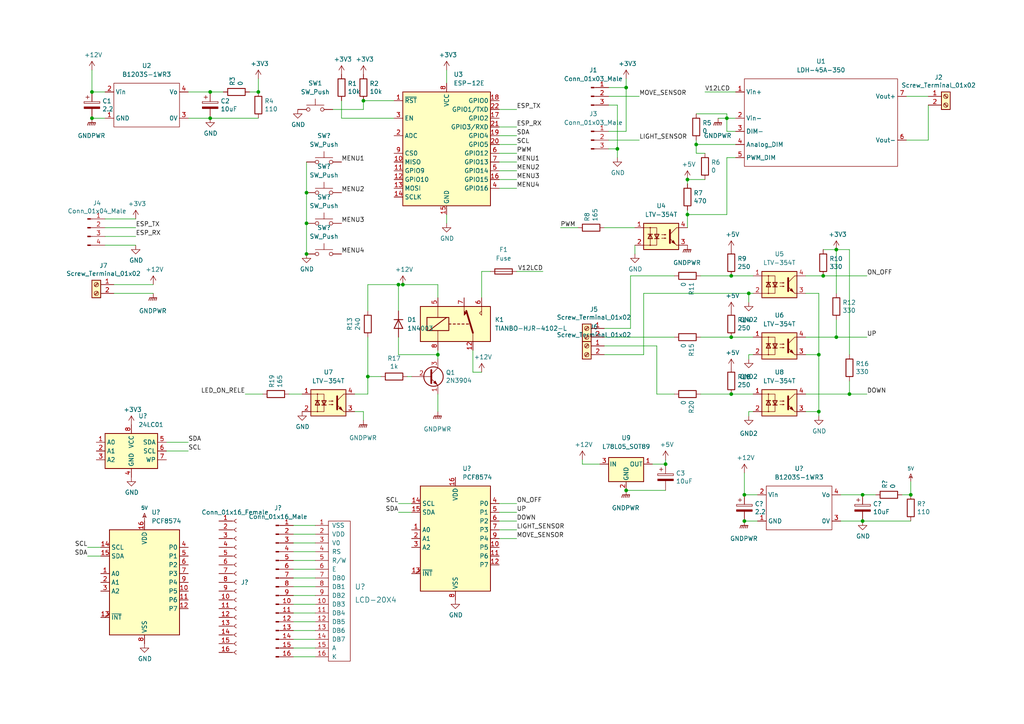
<source format=kicad_sch>
(kicad_sch (version 20211123) (generator eeschema)
  (paper "A4")
  (lib_symbols
    (symbol "Connector:Conn_01x03_Male" (pin_names (offset 1.016) hide)
      (property "Reference" "J" (at 0 5.08 0))
      (property "Value" "Conn_01x03_Male" (at 0 -5.08 0))
      (symbol "Conn_01x03_Male_1_1"
        (pin passive line (at 5.08 2.54 180) (length 3.81) (name "Pin_1") (number "1"))
        (pin passive line (at 5.08 0 180) (length 3.81) (name "Pin_2") (number "2"))
        (pin passive line (at 5.08 -2.54 180) (length 3.81) (name "Pin_3") (number "3"))
      )
    )
    (symbol "Connector:Conn_01x04_Male" (pin_names (offset 1.016) hide)
      (property "Reference" "J" (at 0 5.08 0))
      (property "Value" "Conn_01x04_Male" (at 0 -7.62 0))
      (symbol "Conn_01x04_Male_1_1"
        (pin passive line (at 5.08 2.54 180) (length 3.81) (name "Pin_1") (number "1"))
        (pin passive line (at 5.08 0 180) (length 3.81) (name "Pin_2") (number "2"))
        (pin passive line (at 5.08 -2.54 180) (length 3.81) (name "Pin_3") (number "3"))
        (pin passive line (at 5.08 -5.08 180) (length 3.81) (name "Pin_4") (number "4"))
      )
    )
    (symbol "Connector:Conn_01x16_Female" (pin_names (offset 1.016) hide)
      (property "Reference" "J" (at 0 20.32 0))
      (property "Value" "Conn_01x16_Female" (at 0 -22.86 0))
      (symbol "Conn_01x16_Female_1_1"
        (pin passive line (at -5.08 17.78 0) (length 3.81) (name "Pin_1") (number "1"))
        (pin passive line (at -5.08 -5.08 0) (length 3.81) (name "Pin_10") (number "10"))
        (pin passive line (at -5.08 -7.62 0) (length 3.81) (name "Pin_11") (number "11"))
        (pin passive line (at -5.08 -10.16 0) (length 3.81) (name "Pin_12") (number "12"))
        (pin passive line (at -5.08 -12.7 0) (length 3.81) (name "Pin_13") (number "13"))
        (pin passive line (at -5.08 -15.24 0) (length 3.81) (name "Pin_14") (number "14"))
        (pin passive line (at -5.08 -17.78 0) (length 3.81) (name "Pin_15") (number "15"))
        (pin passive line (at -5.08 -20.32 0) (length 3.81) (name "Pin_16") (number "16"))
        (pin passive line (at -5.08 15.24 0) (length 3.81) (name "Pin_2") (number "2"))
        (pin passive line (at -5.08 12.7 0) (length 3.81) (name "Pin_3") (number "3"))
        (pin passive line (at -5.08 10.16 0) (length 3.81) (name "Pin_4") (number "4"))
        (pin passive line (at -5.08 7.62 0) (length 3.81) (name "Pin_5") (number "5"))
        (pin passive line (at -5.08 5.08 0) (length 3.81) (name "Pin_6") (number "6"))
        (pin passive line (at -5.08 2.54 0) (length 3.81) (name "Pin_7") (number "7"))
        (pin passive line (at -5.08 0 0) (length 3.81) (name "Pin_8") (number "8"))
        (pin passive line (at -5.08 -2.54 0) (length 3.81) (name "Pin_9") (number "9"))
      )
    )
    (symbol "Connector:Conn_01x16_Male" (pin_names (offset 1.016) hide)
      (property "Reference" "J" (at 0 20.32 0))
      (property "Value" "Conn_01x16_Male" (at 0 -22.86 0))
      (symbol "Conn_01x16_Male_1_1"
        (pin passive line (at 5.08 17.78 180) (length 3.81) (name "Pin_1") (number "1"))
        (pin passive line (at 5.08 -5.08 180) (length 3.81) (name "Pin_10") (number "10"))
        (pin passive line (at 5.08 -7.62 180) (length 3.81) (name "Pin_11") (number "11"))
        (pin passive line (at 5.08 -10.16 180) (length 3.81) (name "Pin_12") (number "12"))
        (pin passive line (at 5.08 -12.7 180) (length 3.81) (name "Pin_13") (number "13"))
        (pin passive line (at 5.08 -15.24 180) (length 3.81) (name "Pin_14") (number "14"))
        (pin passive line (at 5.08 -17.78 180) (length 3.81) (name "Pin_15") (number "15"))
        (pin passive line (at 5.08 -20.32 180) (length 3.81) (name "Pin_16") (number "16"))
        (pin passive line (at 5.08 15.24 180) (length 3.81) (name "Pin_2") (number "2"))
        (pin passive line (at 5.08 12.7 180) (length 3.81) (name "Pin_3") (number "3"))
        (pin passive line (at 5.08 10.16 180) (length 3.81) (name "Pin_4") (number "4"))
        (pin passive line (at 5.08 7.62 180) (length 3.81) (name "Pin_5") (number "5"))
        (pin passive line (at 5.08 5.08 180) (length 3.81) (name "Pin_6") (number "6"))
        (pin passive line (at 5.08 2.54 180) (length 3.81) (name "Pin_7") (number "7"))
        (pin passive line (at 5.08 0 180) (length 3.81) (name "Pin_8") (number "8"))
        (pin passive line (at 5.08 -2.54 180) (length 3.81) (name "Pin_9") (number "9"))
      )
    )
    (symbol "Connector:Screw_Terminal_01x02" (pin_names (offset 1.016) hide)
      (property "Reference" "J" (at 0 2.54 0))
      (property "Value" "Screw_Terminal_01x02" (at 0 -5.08 0))
      (symbol "Screw_Terminal_01x02_1_1"
        (pin passive line (at -5.08 0 0) (length 3.81) (name "Pin_1") (number "1"))
        (pin passive line (at -5.08 -2.54 0) (length 3.81) (name "Pin_2") (number "2"))
      )
    )
    (symbol "Device:CP" (pin_numbers hide) (pin_names (offset 0.254))
      (property "Reference" "C" (at 0.635 2.54 0))
      (property "Value" "Device_CP" (at 0.635 -2.54 0))
      (symbol "CP_1_1"
        (pin passive line (at 0 3.81 270) (length 2.794) (name "~") (number "1"))
        (pin passive line (at 0 -3.81 90) (length 2.794) (name "~") (number "2"))
      )
    )
    (symbol "Device:Fuse" (pin_numbers hide) (pin_names (offset 0))
      (property "Reference" "F" (at 2.032 0 90))
      (property "Value" "Fuse" (at -1.905 0 90))
      (symbol "Fuse_1_1"
        (pin passive line (at 0 3.81 270) (length 1.27) (name "~") (number "1"))
        (pin passive line (at 0 -3.81 90) (length 1.27) (name "~") (number "2"))
      )
    )
    (symbol "Device:R" (pin_numbers hide) (pin_names (offset 0))
      (property "Reference" "R" (at 2.032 0 90))
      (property "Value" "R" (at 0 0 90))
      (symbol "R_1_1"
        (pin passive line (at 0 3.81 270) (length 1.27) (name "~") (number "1"))
        (pin passive line (at 0 -3.81 90) (length 1.27) (name "~") (number "2"))
      )
    )
    (symbol "Diode:1N4003" (pin_numbers hide) (pin_names (offset 1.016) hide)
      (property "Reference" "D" (at 0 2.54 0))
      (property "Value" "1N4003" (at 0 -2.54 0))
      (symbol "1N4003_1_1"
        (pin passive line (at -3.81 0 0) (length 2.54) (name "K") (number "1"))
        (pin passive line (at 3.81 0 180) (length 2.54) (name "A") (number "2"))
      )
    )
    (symbol "Interface_Expansion:PCF8574"
      (property "Reference" "U" (at -8.89 16.51 0))
      (property "Value" "PCF8574" (at 2.54 16.51 0))
      (symbol "PCF8574_1_1"
        (pin input line (at -12.7 2.54 0) (length 2.54) (name "A0") (number "1"))
        (pin bidirectional line (at 12.7 -2.54 180) (length 2.54) (name "P5") (number "10"))
        (pin bidirectional line (at 12.7 -5.08 180) (length 2.54) (name "P6") (number "11"))
        (pin bidirectional line (at 12.7 -7.62 180) (length 2.54) (name "P7") (number "12"))
        (pin open_collector output_low (at -12.7 -10.16 0) (length 2.54) (name "~{INT}") (number "13"))
        (pin input line (at -12.7 10.16 0) (length 2.54) (name "SCL") (number "14"))
        (pin bidirectional line (at -12.7 7.62 0) (length 2.54) (name "SDA") (number "15"))
        (pin power_in line (at 0 17.78 270) (length 2.54) (name "VDD") (number "16"))
        (pin input line (at -12.7 0 0) (length 2.54) (name "A1") (number "2"))
        (pin input line (at -12.7 -2.54 0) (length 2.54) (name "A2") (number "3"))
        (pin bidirectional line (at 12.7 10.16 180) (length 2.54) (name "P0") (number "4"))
        (pin bidirectional line (at 12.7 7.62 180) (length 2.54) (name "P1") (number "5"))
        (pin bidirectional line (at 12.7 5.08 180) (length 2.54) (name "P2") (number "6"))
        (pin bidirectional line (at 12.7 2.54 180) (length 2.54) (name "P3") (number "7"))
        (pin power_in line (at 0 -17.78 90) (length 2.54) (name "VSS") (number "8"))
        (pin bidirectional line (at 12.7 0 180) (length 2.54) (name "P4") (number "9"))
      )
    )
    (symbol "Isolator:LTV-354T" (pin_names (offset 1.016))
      (property "Reference" "U" (at -5.334 4.826 0))
      (property "Value" "LTV-354T" (at 0 5.08 0))
      (symbol "LTV-354T_1_1"
        (pin passive line (at -7.62 2.54 0) (length 2.54) (name "~") (number "1"))
        (pin passive line (at -7.62 -2.54 0) (length 2.54) (name "~") (number "2"))
        (pin passive line (at 7.62 -2.54 180) (length 2.54) (name "~") (number "3"))
        (pin passive line (at 7.62 2.54 180) (length 2.54) (name "~") (number "4"))
      )
    )
    (symbol "Memory_EEPROM:24LC01"
      (property "Reference" "U" (at -6.35 6.35 0))
      (property "Value" "24LC01" (at 1.27 6.35 0))
      (symbol "24LC01_1_1"
        (pin input line (at -10.16 2.54 0) (length 2.54) (name "A0") (number "1"))
        (pin input line (at -10.16 0 0) (length 2.54) (name "A1") (number "2"))
        (pin input line (at -10.16 -2.54 0) (length 2.54) (name "A2") (number "3"))
        (pin power_in line (at 0 -7.62 90) (length 2.54) (name "GND") (number "4"))
        (pin bidirectional line (at 10.16 2.54 180) (length 2.54) (name "SDA") (number "5"))
        (pin input line (at 10.16 0 180) (length 2.54) (name "SCL") (number "6"))
        (pin input line (at 10.16 -2.54 180) (length 2.54) (name "WP") (number "7"))
        (pin power_in line (at 0 7.62 270) (length 2.54) (name "VCC") (number "8"))
      )
    )
    (symbol "RF_Module:ESP-12E"
      (property "Reference" "U" (at -12.7 19.05 0))
      (property "Value" "ESP-12E" (at 12.7 19.05 0))
      (symbol "ESP-12E_1_1"
        (pin input line (at -15.24 15.24 0) (length 2.54) (name "~{RST}") (number "1"))
        (pin bidirectional line (at -15.24 -2.54 0) (length 2.54) (name "MISO") (number "10"))
        (pin bidirectional line (at -15.24 -5.08 0) (length 2.54) (name "GPIO9") (number "11"))
        (pin bidirectional line (at -15.24 -7.62 0) (length 2.54) (name "GPIO10") (number "12"))
        (pin bidirectional line (at -15.24 -10.16 0) (length 2.54) (name "MOSI") (number "13"))
        (pin bidirectional line (at -15.24 -12.7 0) (length 2.54) (name "SCLK") (number "14"))
        (pin power_in line (at 0 -17.78 90) (length 2.54) (name "GND") (number "15"))
        (pin bidirectional line (at 15.24 -7.62 180) (length 2.54) (name "GPIO15") (number "16"))
        (pin bidirectional line (at 15.24 10.16 180) (length 2.54) (name "GPIO2") (number "17"))
        (pin bidirectional line (at 15.24 15.24 180) (length 2.54) (name "GPIO0") (number "18"))
        (pin bidirectional line (at 15.24 5.08 180) (length 2.54) (name "GPIO4") (number "19"))
        (pin input line (at -15.24 5.08 0) (length 2.54) (name "ADC") (number "2"))
        (pin bidirectional line (at 15.24 2.54 180) (length 2.54) (name "GPIO5") (number "20"))
        (pin bidirectional line (at 15.24 7.62 180) (length 2.54) (name "GPIO3/RXD") (number "21"))
        (pin bidirectional line (at 15.24 12.7 180) (length 2.54) (name "GPIO1/TXD") (number "22"))
        (pin input line (at -15.24 10.16 0) (length 2.54) (name "EN") (number "3"))
        (pin bidirectional line (at 15.24 -10.16 180) (length 2.54) (name "GPIO16") (number "4"))
        (pin bidirectional line (at 15.24 -5.08 180) (length 2.54) (name "GPIO14") (number "5"))
        (pin bidirectional line (at 15.24 0 180) (length 2.54) (name "GPIO12") (number "6"))
        (pin bidirectional line (at 15.24 -2.54 180) (length 2.54) (name "GPIO13") (number "7"))
        (pin power_in line (at 0 20.32 270) (length 2.54) (name "VCC") (number "8"))
        (pin input line (at -15.24 0 0) (length 2.54) (name "CS0") (number "9"))
      )
    )
    (symbol "Regulator_Linear:L78L05_SOT89" (pin_names (offset 0.254))
      (property "Reference" "U" (at -3.81 3.175 0))
      (property "Value" "L78L05_SOT89" (at -0.635 3.175 0))
      (symbol "L78L05_SOT89_1_1"
        (pin power_out line (at 7.62 0 180) (length 2.54) (name "OUT") (number "1"))
        (pin power_in line (at 0 -7.62 90) (length 2.54) (name "GND") (number "2"))
        (pin power_in line (at -7.62 0 0) (length 2.54) (name "IN") (number "3"))
      )
    )
    (symbol "Relay:TIANBO-HJR-4102-L"
      (property "Reference" "K" (at 11.43 3.81 0))
      (property "Value" "TIANBO-HJR-4102-L" (at 11.43 1.27 0))
      (symbol "TIANBO-HJR-4102-L_1_1"
        (pin passive line (at 5.08 -7.62 90) (length 2.54) (name "~") (number "12"))
        (pin passive line (at -5.08 7.62 270) (length 2.54) (name "~") (number "5"))
        (pin passive line (at 7.62 7.62 270) (length 2.54) (name "~") (number "6"))
        (pin passive line (at 2.54 7.62 270) (length 2.54) (name "~") (number "7"))
        (pin passive line (at -5.08 -7.62 90) (length 2.54) (name "~") (number "8"))
      )
    )
    (symbol "Switch:SW_Push" (pin_numbers hide) (pin_names (offset 1.016) hide)
      (property "Reference" "SW" (at 1.27 2.54 0))
      (property "Value" "SW_Push" (at 0 -1.524 0))
      (symbol "SW_Push_0_1"
        (pin passive line (at -5.08 0 0) (length 2.54) (name "1") (number "1"))
        (pin passive line (at 5.08 0 180) (length 2.54) (name "2") (number "2"))
      )
    )
    (symbol "Transistor_BJT:2N3904" (pin_names (offset 0) hide)
      (property "Reference" "Q" (at 5.08 1.905 0))
      (property "Value" "2N3904" (at 5.08 0 0))
      (symbol "2N3904_1_1"
        (pin passive line (at 2.54 -5.08 90) (length 2.54) (name "E") (number "1"))
        (pin passive line (at -5.08 0 0) (length 5.715) (name "B") (number "2"))
        (pin passive line (at 2.54 5.08 270) (length 2.54) (name "C") (number "3"))
      )
    )
    (symbol "dimmer_lib:B1205S-1WR3"
      (property "Reference" "U" (at -1.27 1.27 0))
      (property "Value" "B1205S-1WR3" (at 0 -1.27 0))
      (symbol "B1205S-1WR3_1_1"
        (pin power_in line (at -12.7 -12.7 0) (length 2.54) (name "GND") (number "1"))
        (pin power_in line (at -12.7 -5.08 0) (length 2.54) (name "Vin") (number "2"))
        (pin power_out line (at 11.43 -12.7 180) (length 2.54) (name "0V") (number "3"))
        (pin power_out line (at 11.43 -5.08 180) (length 2.54) (name "Vo") (number "4"))
      )
    )
    (symbol "dimmer_lib:LDH-45A-350"
      (property "Reference" "U" (at 0 -6.35 0))
      (property "Value" "LDH-45A-350" (at 0 -21.59 0))
      (symbol "LDH-45A-350_1_1"
        (pin power_in line (at -24.13 -12.7 0) (length 2.54) (name "Vin+") (number "1"))
        (pin power_in line (at -24.13 -20.32 0) (length 2.54) (name "Vin-") (number "2"))
        (pin power_in line (at -24.13 -24.13 0) (length 2.54) (name "DIM-") (number "3"))
        (pin input line (at -24.13 -27.94 0) (length 2.54) (name "Analog_DIM") (number "4"))
        (pin input line (at -24.13 -31.75 0) (length 2.54) (name "PWM_DIM") (number "5"))
        (pin power_out line (at 25.4 -26.67 180) (length 2.54) (name "Vout-") (number "6"))
        (pin power_out line (at 25.4 -13.97 180) (length 2.54) (name "Vout+") (number "7"))
      )
    )
    (symbol "power:+12V" (power) (pin_names (offset 0))
      (property "Value" "+12V" (at 0 3.556 0))
      (symbol "+12V_1_1"
        (pin power_in line (at 0 0 90) (length 0) hide (name "+12V") (number "1"))
      )
    )
    (symbol "power:+3.3V" (power) (pin_names (offset 0))
      (property "Value" "+3.3V" (at 0 3.556 0))
      (symbol "+3.3V_1_1"
        (pin power_in line (at 0 0 90) (length 0) hide (name "+3V3") (number "1"))
      )
    )
    (symbol "power:+5V" (power) (pin_names (offset 0))
      (property "Value" "+5V" (at 0 3.556 0))
      (symbol "+5V_1_1"
        (pin power_in line (at 0 0 90) (length 0) hide (name "+5V") (number "1"))
      )
    )
    (symbol "power:GND" (power) (pin_names (offset 0))
      (property "Value" "GND" (at 0 -3.81 0))
      (symbol "GND_1_1"
        (pin power_in line (at 0 0 270) (length 0) hide (name "GND") (number "1"))
      )
    )
    (symbol "power:GND2" (power) (pin_names (offset 0))
      (property "Value" "GND2" (at 0 -3.81 0))
      (symbol "GND2_1_1"
        (pin power_in line (at 0 0 270) (length 0) hide (name "GND2") (number "1"))
      )
    )
    (symbol "power:GNDPWR" (power) (pin_names (offset 0))
      (property "Value" "GNDPWR" (at 0 -3.302 0))
      (symbol "GNDPWR_1_1"
        (pin power_in line (at 0 0 270) (length 0) hide (name "GNDPWR") (number "1"))
      )
    )
    (symbol "tinkerforge:5V" (power) (pin_names (offset 0))
      (property "Value" "5V" (at 0 3.175 0))
      (symbol "5V_0_0"
        (pin power_in line (at 0 0 90) (length 0) hide (name "5V") (number "1"))
      )
    )
    (symbol "tinkerforge:LCD-20X4" (pin_names (offset 1.016))
      (property "Reference" "U" (at 0 22.86 0))
      (property "Value" "LCD-20X4" (at 1.27 -21.59 0))
      (symbol "LCD-20X4_1_1"
        (pin passive line (at -3.81 19.05 0) (length 3.81) (name "VSS") (number "1"))
        (pin passive line (at -3.81 -3.81 0) (length 3.81) (name "DB3") (number "10"))
        (pin passive line (at -3.81 -6.35 0) (length 3.81) (name "DB4") (number "11"))
        (pin passive line (at -3.81 -8.89 0) (length 3.81) (name "DB5") (number "12"))
        (pin passive line (at -3.81 -11.43 0) (length 3.81) (name "DB6") (number "13"))
        (pin passive line (at -3.81 -13.97 0) (length 3.81) (name "DB7") (number "14"))
        (pin passive line (at -3.81 -16.51 0) (length 3.81) (name "A") (number "15"))
        (pin passive line (at -3.81 -19.05 0) (length 3.81) (name "K") (number "16"))
        (pin passive line (at -3.81 16.51 0) (length 3.81) (name "VDD") (number "2"))
        (pin passive line (at -3.81 13.97 0) (length 3.81) (name "V0") (number "3"))
        (pin passive line (at -3.81 11.43 0) (length 3.81) (name "RS") (number "4"))
        (pin passive line (at -3.81 8.89 0) (length 3.81) (name "R/W") (number "5"))
        (pin passive line (at -3.81 6.35 0) (length 3.81) (name "E") (number "6"))
        (pin passive line (at -3.81 3.81 0) (length 3.81) (name "DB0") (number "7"))
        (pin passive line (at -3.81 1.27 0) (length 3.81) (name "DB1") (number "8"))
        (pin passive line (at -3.81 -1.27 0) (length 3.81) (name "DB2") (number "9"))
      )
    )
  )
  (junction (at 74.93 26.67))
  (junction (at 88.9 64.77))
  (junction (at 212.09 114.3))
  (junction (at 26.67 34.29))
  (junction (at 215.9 143.51))
  (junction (at 193.04 134.62))
  (junction (at 179.07 43.18))
  (junction (at 250.19 151.13))
  (junction (at 115.57 82.55))
  (junction (at 199.39 62.23))
  (junction (at 116.84 82.55))
  (junction (at 264.16 143.51))
  (junction (at 106.68 109.22))
  (junction (at 88.9 73.66))
  (junction (at 88.9 55.88))
  (junction (at 217.17 85.09))
  (junction (at 246.38 114.3))
  (junction (at 242.57 72.39))
  (junction (at 60.96 34.29))
  (junction (at 127 102.87))
  (junction (at 215.9 151.13))
  (junction (at 210.82 34.29))
  (junction (at 212.09 80.01))
  (junction (at 60.96 26.67))
  (junction (at 237.49 102.87))
  (junction (at 238.76 80.01))
  (junction (at 105.41 29.21))
  (junction (at 201.93 41.91))
  (junction (at 181.61 142.24))
  (junction (at 199.39 52.07))
  (junction (at 212.09 97.79))
  (junction (at 242.57 97.79))
  (junction (at 26.67 26.67))
  (junction (at 237.49 119.38))
  (junction (at 181.61 25.4))
  (junction (at 250.19 143.51))
  (no_connect (at -54.61 30.48))
  (wire (pts (xy 218.44 114.3) (xy 212.09 114.3)))
  (wire (pts (xy 182.88 80.01) (xy 195.58 80.01)))
  (wire (pts (xy 149.86 52.07) (xy 144.78 52.07)))
  (wire (pts (xy 88.9 46.99) (xy 88.9 55.88)))
  (wire (pts (xy 149.86 54.61) (xy 144.78 54.61)))
  (wire (pts (xy 237.49 102.87) (xy 237.49 119.38)))
  (wire (pts (xy 91.44 187.96) (xy 85.09 187.96)))
  (wire (pts (xy 199.39 52.07) (xy 199.39 53.34)))
  (wire (pts (xy 203.2 97.79) (xy 212.09 97.79)))
  (wire (pts (xy 264.16 139.7) (xy 264.16 143.51)))
  (wire (pts (xy 33.02 85.09) (xy 44.45 85.09)))
  (wire (pts (xy 25.4 161.29) (xy 29.21 161.29)))
  (wire (pts (xy 238.76 72.39) (xy 242.57 72.39)))
  (wire (pts (xy 149.86 49.53) (xy 144.78 49.53)))
  (wire (pts (xy 182.88 95.25) (xy 182.88 80.01)))
  (wire (pts (xy 176.53 27.94) (xy 185.42 27.94)))
  (wire (pts (xy 242.57 92.71) (xy 242.57 97.79)))
  (wire (pts (xy 91.44 154.94) (xy 85.09 154.94)))
  (wire (pts (xy 193.04 133.35) (xy 193.04 134.62)))
  (wire (pts (xy 233.68 85.09) (xy 237.49 85.09)))
  (wire (pts (xy 149.86 41.91) (xy 144.78 41.91)))
  (wire (pts (xy 71.12 114.3) (xy 76.2 114.3)))
  (wire (pts (xy 212.09 80.01) (xy 218.44 80.01)))
  (wire (pts (xy 179.07 43.18) (xy 179.07 45.72)))
  (wire (pts (xy 106.68 114.3) (xy 106.68 109.22)))
  (wire (pts (xy 242.57 97.79) (xy 251.46 97.79)))
  (wire (pts (xy 102.87 119.38) (xy 105.41 119.38)))
  (wire (pts (xy 217.17 119.38) (xy 217.17 120.65)))
  (wire (pts (xy 83.82 114.3) (xy 87.63 114.3)))
  (wire (pts (xy 106.68 82.55) (xy 106.68 90.17)))
  (wire (pts (xy 243.84 151.13) (xy 250.19 151.13)))
  (wire (pts (xy 102.87 114.3) (xy 106.68 114.3)))
  (wire (pts (xy 250.19 151.13) (xy 264.16 151.13)))
  (wire (pts (xy 208.28 34.29) (xy 210.82 34.29)))
  (wire (pts (xy 91.44 170.18) (xy 85.09 170.18)))
  (wire (pts (xy 203.2 80.01) (xy 212.09 80.01)))
  (wire (pts (xy 72.39 26.67) (xy 74.93 26.67)))
  (wire (pts (xy 181.61 38.1) (xy 181.61 25.4)))
  (wire (pts (xy 96.52 31.75) (xy 105.41 31.75)))
  (wire (pts (xy 261.62 143.51) (xy 264.16 143.51)))
  (wire (pts (xy 190.5 100.33) (xy 190.5 114.3)))
  (wire (pts (xy 269.24 30.48) (xy 269.24 40.64)))
  (wire (pts (xy 199.39 52.07) (xy 204.47 52.07)))
  (wire (pts (xy 127 102.87) (xy 127 101.6)))
  (wire (pts (xy 91.44 152.4) (xy 85.09 152.4)))
  (wire (pts (xy 88.9 64.77) (xy 88.9 73.66)))
  (wire (pts (xy 115.57 97.79) (xy 115.57 102.87)))
  (wire (pts (xy 60.96 34.29) (xy 74.93 34.29)))
  (wire (pts (xy 142.24 78.74) (xy 139.7 78.74)))
  (wire (pts (xy 91.44 172.72) (xy 85.09 172.72)))
  (wire (pts (xy 199.39 60.96) (xy 199.39 62.23)))
  (wire (pts (xy 149.86 39.37) (xy 144.78 39.37)))
  (wire (pts (xy 246.38 114.3) (xy 233.68 114.3)))
  (wire (pts (xy 127 86.36) (xy 127 82.55)))
  (wire (pts (xy 149.86 151.13) (xy 144.78 151.13)))
  (wire (pts (xy 237.49 119.38) (xy 237.49 120.65)))
  (wire (pts (xy 242.57 72.39) (xy 246.38 72.39)))
  (wire (pts (xy 137.16 107.95) (xy 139.7 107.95)))
  (wire (pts (xy 204.47 26.67) (xy 213.36 26.67)))
  (wire (pts (xy 204.47 44.45) (xy 201.93 44.45)))
  (wire (pts (xy 210.82 62.23) (xy 199.39 62.23)))
  (wire (pts (xy 238.76 80.01) (xy 251.46 80.01)))
  (wire (pts (xy 246.38 114.3) (xy 251.46 114.3)))
  (wire (pts (xy 215.9 137.16) (xy 215.9 143.51)))
  (wire (pts (xy 106.68 109.22) (xy 110.49 109.22)))
  (wire (pts (xy 242.57 97.79) (xy 233.68 97.79)))
  (wire (pts (xy 91.44 167.64) (xy 85.09 167.64)))
  (wire (pts (xy 181.61 142.24) (xy 193.04 142.24)))
  (wire (pts (xy 116.84 82.55) (xy 115.57 82.55)))
  (wire (pts (xy 149.86 44.45) (xy 144.78 44.45)))
  (wire (pts (xy 213.36 38.1) (xy 210.82 38.1)))
  (wire (pts (xy 175.26 100.33) (xy 190.5 100.33)))
  (wire (pts (xy 91.44 190.5) (xy 85.09 190.5)))
  (wire (pts (xy 246.38 110.49) (xy 246.38 114.3)))
  (wire (pts (xy 162.56 66.04) (xy 167.64 66.04)))
  (wire (pts (xy 190.5 114.3) (xy 195.58 114.3)))
  (wire (pts (xy 54.61 130.81) (xy 48.26 130.81)))
  (wire (pts (xy 242.57 72.39) (xy 242.57 85.09)))
  (wire (pts (xy 30.48 68.58) (xy 39.37 68.58)))
  (wire (pts (xy 179.07 30.48) (xy 179.07 43.18)))
  (wire (pts (xy 201.93 41.91) (xy 201.93 40.64)))
  (wire (pts (xy 91.44 162.56) (xy 85.09 162.56)))
  (wire (pts (xy 243.84 143.51) (xy 250.19 143.51)))
  (wire (pts (xy 168.91 134.62) (xy 168.91 133.35)))
  (wire (pts (xy 119.38 109.22) (xy 118.11 109.22)))
  (wire (pts (xy 144.78 31.75) (xy 149.86 31.75)))
  (wire (pts (xy 105.41 31.75) (xy 105.41 29.21)))
  (wire (pts (xy 115.57 146.05) (xy 119.38 146.05)))
  (wire (pts (xy 91.44 160.02) (xy 85.09 160.02)))
  (wire (pts (xy 212.09 97.79) (xy 218.44 97.79)))
  (wire (pts (xy 115.57 82.55) (xy 115.57 90.17)))
  (wire (pts (xy 149.86 46.99) (xy 144.78 46.99)))
  (wire (pts (xy 269.24 40.64) (xy 262.89 40.64)))
  (wire (pts (xy 213.36 45.72) (xy 210.82 45.72)))
  (wire (pts (xy 60.96 26.67) (xy 64.77 26.67)))
  (wire (pts (xy 181.61 25.4) (xy 181.61 22.86)))
  (wire (pts (xy 176.53 43.18) (xy 179.07 43.18)))
  (wire (pts (xy 54.61 26.67) (xy 60.96 26.67)))
  (wire (pts (xy 144.78 36.83) (xy 149.86 36.83)))
  (wire (pts (xy 175.26 66.04) (xy 184.15 66.04)))
  (wire (pts (xy 233.68 102.87) (xy 237.49 102.87)))
  (wire (pts (xy 189.23 134.62) (xy 193.04 134.62)))
  (wire (pts (xy 25.4 158.75) (xy 29.21 158.75)))
  (wire (pts (xy 201.93 44.45) (xy 201.93 41.91)))
  (wire (pts (xy 26.67 20.32) (xy 26.67 26.67)))
  (wire (pts (xy 33.02 82.55) (xy 44.45 82.55)))
  (wire (pts (xy 176.53 25.4) (xy 181.61 25.4)))
  (wire (pts (xy 26.67 34.29) (xy 30.48 34.29)))
  (wire (pts (xy 186.69 102.87) (xy 186.69 85.09)))
  (wire (pts (xy 201.93 33.02) (xy 210.82 33.02)))
  (wire (pts (xy 262.89 27.94) (xy 269.24 27.94)))
  (wire (pts (xy 139.7 78.74) (xy 139.7 86.36)))
  (wire (pts (xy 199.39 62.23) (xy 199.39 66.04)))
  (wire (pts (xy 30.48 71.12) (xy 39.37 71.12)))
  (wire (pts (xy 115.57 148.59) (xy 119.38 148.59)))
  (wire (pts (xy 210.82 34.29) (xy 210.82 38.1)))
  (wire (pts (xy 91.44 177.8) (xy 85.09 177.8)))
  (wire (pts (xy 173.99 134.62) (xy 168.91 134.62)))
  (wire (pts (xy 215.9 143.51) (xy 219.71 143.51)))
  (wire (pts (xy 237.49 85.09) (xy 237.49 102.87)))
  (wire (pts (xy 26.67 26.67) (xy 30.48 26.67)))
  (wire (pts (xy 88.9 55.88) (xy 88.9 64.77)))
  (wire (pts (xy 106.68 97.79) (xy 106.68 109.22)))
  (wire (pts (xy 91.44 165.1) (xy 85.09 165.1)))
  (wire (pts (xy 217.17 85.09) (xy 217.17 87.63)))
  (wire (pts (xy 99.06 34.29) (xy 114.3 34.29)))
  (wire (pts (xy 175.26 95.25) (xy 182.88 95.25)))
  (wire (pts (xy 74.93 22.86) (xy 74.93 26.67)))
  (wire (pts (xy 210.82 33.02) (xy 210.82 34.29)))
  (wire (pts (xy 176.53 38.1) (xy 181.61 38.1)))
  (wire (pts (xy 91.44 185.42) (xy 85.09 185.42)))
  (wire (pts (xy 218.44 102.87) (xy 217.17 102.87)))
  (wire (pts (xy 149.86 153.67) (xy 144.78 153.67)))
  (wire (pts (xy 218.44 85.09) (xy 217.17 85.09)))
  (wire (pts (xy 137.16 101.6) (xy 137.16 107.95)))
  (wire (pts (xy 176.53 40.64) (xy 185.42 40.64)))
  (wire (pts (xy 175.26 97.79) (xy 195.58 97.79)))
  (wire (pts (xy 114.3 29.21) (xy 105.41 29.21)))
  (wire (pts (xy 127 82.55) (xy 116.84 82.55)))
  (wire (pts (xy 91.44 175.26) (xy 85.09 175.26)))
  (wire (pts (xy 250.19 143.51) (xy 254 143.51)))
  (wire (pts (xy 129.54 62.23) (xy 129.54 64.77)))
  (wire (pts (xy 105.41 119.38) (xy 105.41 121.92)))
  (wire (pts (xy 175.26 102.87) (xy 186.69 102.87)))
  (wire (pts (xy 186.69 85.09) (xy 217.17 85.09)))
  (wire (pts (xy 91.44 157.48) (xy 85.09 157.48)))
  (wire (pts (xy 176.53 30.48) (xy 179.07 30.48)))
  (wire (pts (xy 149.86 156.21) (xy 144.78 156.21)))
  (wire (pts (xy 215.9 151.13) (xy 219.71 151.13)))
  (wire (pts (xy 115.57 102.87) (xy 127 102.87)))
  (wire (pts (xy 218.44 119.38) (xy 217.17 119.38)))
  (wire (pts (xy 246.38 72.39) (xy 246.38 102.87)))
  (wire (pts (xy 238.76 80.01) (xy 233.68 80.01)))
  (wire (pts (xy 233.68 119.38) (xy 237.49 119.38)))
  (wire (pts (xy 149.86 146.05) (xy 144.78 146.05)))
  (wire (pts (xy 30.48 63.5) (xy 39.37 63.5)))
  (wire (pts (xy 129.54 20.32) (xy 129.54 24.13)))
  (wire (pts (xy 213.36 41.91) (xy 201.93 41.91)))
  (wire (pts (xy 210.82 45.72) (xy 210.82 62.23)))
  (wire (pts (xy 149.86 148.59) (xy 144.78 148.59)))
  (wire (pts (xy 91.44 182.88) (xy 85.09 182.88)))
  (wire (pts (xy 184.15 73.66) (xy 184.15 71.12)))
  (wire (pts (xy 203.2 114.3) (xy 212.09 114.3)))
  (wire (pts (xy 149.86 78.74) (xy 157.48 78.74)))
  (wire (pts (xy 54.61 128.27) (xy 48.26 128.27)))
  (wire (pts (xy 54.61 34.29) (xy 60.96 34.29)))
  (wire (pts (xy 115.57 82.55) (xy 106.68 82.55)))
  (wire (pts (xy 127 104.14) (xy 127 102.87)))
  (wire (pts (xy 217.17 102.87) (xy 217.17 104.14)))
  (wire (pts (xy 127 119.38) (xy 127 114.3)))
  (wire (pts (xy 210.82 34.29) (xy 213.36 34.29)))
  (wire (pts (xy 99.06 34.29) (xy 99.06 29.21)))
  (wire (pts (xy 30.48 66.04) (xy 39.37 66.04)))
  (wire (pts (xy 91.44 180.34) (xy 85.09 180.34)))
  (label "MENU1" (at 99.06 46.99 0))
  (label "MOVE_SENSOR" (at 149.86 156.21 0))
  (label "ON_OFF" (at 149.86 146.05 0))
  (label "ON_OFF" (at 251.46 80.01 0))
  (label "V12LCD" (at 204.47 26.67 0))
  (label "MOVE_SENSOR" (at 185.42 27.94 0))
  (label "MENU4" (at 149.86 54.61 0))
  (label "LIGHT_SENSOR" (at 185.42 40.64 0))
  (label "SCL" (at 25.4 158.75 180))
  (label "SCL" (at 54.61 130.81 0))
  (label "MENU1" (at 149.86 46.99 0))
  (label "ESP_TX" (at 39.37 66.04 0))
  (label "LED_ON_RELE" (at 71.12 114.3 180))
  (label "SCL" (at 149.86 41.91 0))
  (label "V12LCD" (at 157.48 78.74 180))
  (label "SDA" (at 25.4 161.29 180))
  (label "SDA" (at 149.86 39.37 0))
  (label "MENU2" (at 99.06 55.88 0))
  (label "PWM" (at 162.56 66.04 0))
  (label "MENU4" (at 99.06 73.66 0))
  (label "ESP_TX" (at 149.86 31.75 0))
  (label "LIGHT_SENSOR" (at 149.86 153.67 0))
  (label "ESP_RX" (at 39.37 68.58 0))
  (label "MENU2" (at 149.86 49.53 0))
  (label "MENU3" (at 149.86 52.07 0))
  (label "DOWN" (at 149.86 151.13 0))
  (label "SDA" (at 115.57 148.59 180))
  (label "ESP_RX" (at 149.86 36.83 0))
  (label "PWM" (at 149.86 44.45 0))
  (label "UP" (at 149.86 148.59 0))
  (label "DOWN" (at 251.46 114.3 0))
  (label "SDA" (at 54.61 128.27 0))
  (label "SCL" (at 115.57 146.05 180))
  (label "MENU3" (at 99.06 64.77 0))
  (label "UP" (at 251.46 97.79 0))
  (symbol (lib_id "Device:CP") (at 60.96 30.48 0) (unit 1)
    (property "Reference" "C2" (at 63.9572 29.3116 0) (effects (justify left)))
    (property "Value" "10uF" (at 63.9572 31.623 0) (effects (justify left)))
    (property "Footprint" "Capacitor_SMD:CP_Elec_4x5.3" (effects hide))
  )
  (symbol (lib_id "power:+3.3V") (at 74.93 22.86 0) (unit 1)
    (property "Reference" "#PWR05" (effects hide))
    (property "Value" "+3.3V" (at 75.311 18.4658 0))
  )
  (symbol (lib_id "power:+3.3V") (at 129.54 20.32 0) (unit 1)
    (property "Reference" "#PWR02" (effects hide))
    (property "Value" "+3.3V" (at 129.921 15.9258 0))
  )
  (symbol (lib_id "power:GND") (at 129.54 64.77 0) (unit 1)
    (property "Reference" "#PWR014" (effects hide))
    (property "Value" "GND" (at 129.667 69.1642 0))
  )
  (symbol (lib_id "Connector:Conn_01x04_Male") (at 25.4 66.04 0) (unit 1)
    (property "Reference" "J4" (at 28.1432 58.9026 0))
    (property "Value" "Conn_01x04_Male" (at 28.1432 61.214 0))
    (property "Footprint" "Connector_Stocko:Stocko_MKS_1654-6-0-404_1x4_P2.50mm_Vertical" (effects hide))
  )
  (symbol (lib_id "power:GND") (at 39.37 71.12 0) (unit 1)
    (property "Reference" "#PWR015" (effects hide))
    (property "Value" "GND" (at 39.497 75.5142 0))
  )
  (symbol (lib_id "power:+3.3V") (at 39.37 63.5 0) (unit 1)
    (property "Reference" "#PWR013" (effects hide))
    (property "Value" "+3.3V" (at 39.751 59.1058 0))
  )
  (symbol (lib_id "Device:R") (at 105.41 25.4 0) (unit 1)
    (property "Reference" "R2" (at 107.188 24.2316 0) (effects (justify left)))
    (property "Value" "10k" (at 107.188 26.543 0) (effects (justify left)))
    (property "Footprint" "Resistor_SMD:R_1206_3216Metric_Pad1.30x1.75mm_HandSolder" (effects hide))
  )
  (symbol (lib_id "Device:R") (at 99.06 25.4 0) (unit 1)
    (property "Reference" "R1" (at 100.838 24.2316 0) (effects (justify left)))
    (property "Value" "10k" (at 100.838 26.543 0) (effects (justify left)))
    (property "Footprint" "Resistor_SMD:R_1206_3216Metric_Pad1.30x1.75mm_HandSolder" (effects hide))
  )
  (symbol (lib_id "power:+3.3V") (at 99.06 21.59 0) (unit 1)
    (property "Reference" "#PWR03" (effects hide))
    (property "Value" "+3.3V" (at 99.441 17.1958 0))
  )
  (symbol (lib_id "power:+3.3V") (at 105.41 21.59 0) (unit 1)
    (property "Reference" "#PWR04" (effects hide))
    (property "Value" "+3.3V" (at 105.791 17.1958 0))
  )
  (symbol (lib_id "Connector:Screw_Terminal_01x02") (at 27.94 82.55 0) (mirror y) (unit 1)
    (property "Reference" "J7" (at 30.0228 77.0382 0))
    (property "Value" "Screw_Terminal_01x02" (at 30.0228 79.3496 0))
    (property "Footprint" "Connector_JST:JST_NV_B02P-NV_1x02_P5.00mm_Vertical" (effects hide))
  )
  (symbol (lib_id "power:+12V") (at 44.45 82.55 0) (unit 1)
    (property "Reference" "#PWR034" (effects hide))
    (property "Value" "+12V" (at 44.831 78.1558 0))
  )
  (symbol (lib_id "power:GND") (at 250.19 151.13 0) (unit 1)
    (property "Reference" "#PWR?" (effects hide))
    (property "Value" "GND" (at 250.317 155.5242 0))
  )
  (symbol (lib_id "power:GND") (at 184.15 73.66 0) (unit 1)
    (property "Reference" "#PWR019" (effects hide))
    (property "Value" "GND" (at 184.277 78.0542 0))
  )
  (symbol (lib_id "Device:R") (at 257.81 143.51 90) (unit 1)
    (property "Reference" "R?" (at 256.6416 141.732 0) (effects (justify left)))
    (property "Value" "0" (at 258.953 141.732 0) (effects (justify left)))
    (property "Footprint" "Resistor_SMD:R_1206_3216Metric_Pad1.30x1.75mm_HandSolder" (effects hide))
  )
  (symbol (lib_id "Diode:1N4003") (at 115.57 93.98 90) (mirror x) (unit 1)
    (property "Reference" "D1" (at 118.11 92.7099 90) (effects (justify right)))
    (property "Value" "1N4003" (at 118.11 95.2499 90) (effects (justify right)))
    (property "Footprint" "Diode_SMD:D_SMA" (effects hide))
    (property "Datasheet" "http://www.vishay.com/docs/88503/1n4001.pdf" (effects hide))
  )
  (symbol (lib_id "power:GND") (at 88.9 73.66 0) (unit 1)
    (property "Reference" "#PWR?" (effects hide))
    (property "Value" "GND" (at 89.027 78.0542 0))
  )
  (symbol (lib_id "power:+5V") (at 193.04 133.35 0) (unit 1)
    (property "Reference" "#PWR032" (effects hide))
    (property "Value" "+5V" (at 193.421 128.9558 0))
  )
  (symbol (lib_id "Device:R") (at 264.16 147.32 0) (unit 1)
    (property "Reference" "R?" (at 265.938 146.1516 0) (effects (justify left)))
    (property "Value" "110" (at 265.938 148.463 0) (effects (justify left)))
    (property "Footprint" "Resistor_SMD:R_1206_3216Metric_Pad1.30x1.75mm_HandSolder" (effects hide))
  )
  (symbol (lib_id "Isolator:LTV-354T") (at 226.06 100.33 0) (unit 1)
    (property "Reference" "U6" (at 226.06 91.44 0))
    (property "Value" "LTV-354T" (at 226.06 93.98 0))
    (property "Footprint" "Package_SO:SO-4_4.4x3.6mm_P2.54mm" (effects hide))
    (property "Datasheet" "http://optoelectronics.liteon.com/upload/download/DS70-2001-004/S_110_LTV-354T%2020140520.pdf" (effects hide))
  )
  (symbol (lib_id "power:GND2") (at 217.17 87.63 0) (unit 1)
    (property "Reference" "#PWR021" (effects hide))
    (property "Value" "GND2" (at 217.17 92.71 0))
  )
  (symbol (lib_id "power:GNDPWR") (at 181.61 142.24 0) (unit 1)
    (property "Reference" "#PWR033" (effects hide))
    (property "Value" "GNDPWR" (at 181.483 147.32 0))
  )
  (symbol (lib_id "power:+3.3V") (at 242.57 72.39 0) (unit 1)
    (property "Reference" "#PWR018" (effects hide))
    (property "Value" "+3.3V" (at 242.951 67.9958 0))
  )
  (symbol (lib_id "power:GND") (at 60.96 34.29 0) (unit 1)
    (property "Reference" "#PWR09" (effects hide))
    (property "Value" "GND" (at 61.087 38.6842 0))
  )
  (symbol (lib_id "RF_Module:ESP-12E") (at 129.54 44.45 0) (unit 1)
    (property "Reference" "U3" (at 131.5594 21.59 0) (effects (justify left)))
    (property "Value" "ESP-12E" (at 131.5594 24.13 0) (effects (justify left)))
    (property "Footprint" "RF_Module:ESP-12E" (effects hide))
    (property "Datasheet" "http://wiki.ai-thinker.com/_media/esp8266/esp8266_series_modules_user_manual_v1.1.pdf" (effects hide))
  )
  (symbol (lib_id "power:+12V") (at 26.67 20.32 0) (unit 1)
    (property "Reference" "#PWR01" (effects hide))
    (property "Value" "+12V" (at 27.051 15.9258 0))
  )
  (symbol (lib_id "Connector:Screw_Terminal_01x02") (at 170.18 100.33 0) (mirror y) (unit 1)
    (property "Reference" "J6" (at 172.2628 94.8182 0))
    (property "Value" "Screw_Terminal_01x02" (at 172.2628 97.1296 0))
    (property "Footprint" "Connector_JST:JST_NV_B02P-NV_1x02_P5.00mm_Vertical" (effects hide))
  )
  (symbol (lib_id "power:GNDPWR") (at 215.9 151.13 0) (unit 1)
    (property "Reference" "#PWR?" (effects hide))
    (property "Value" "GNDPWR" (at 215.773 156.21 0))
  )
  (symbol (lib_id "power:GND") (at 38.1 138.43 0) (unit 1)
    (property "Reference" "#PWR?" (effects hide))
    (property "Value" "GND" (at 38.227 142.8242 0))
  )
  (symbol (lib_id "power:+5V") (at 212.09 90.17 0) (unit 1)
    (property "Reference" "#PWR022" (effects hide))
    (property "Value" "+5V" (at 212.471 85.7758 0))
  )
  (symbol (lib_id "Connector:Screw_Terminal_01x02") (at 274.32 27.94 0) (unit 1)
    (property "Reference" "J2" (at 272.2372 22.4282 0))
    (property "Value" "Screw_Terminal_01x02" (at 272.2372 24.7396 0))
    (property "Footprint" "Connector_JST:JST_NV_B02P-NV_1x02_P5.00mm_Vertical" (effects hide))
  )
  (symbol (lib_id "power:GNDPWR") (at 127 119.38 0) (unit 1)
    (property "Reference" "#PWR027" (effects hide))
    (property "Value" "GNDPWR" (at 126.873 124.46 0))
  )
  (symbol (lib_id "dimmer_lib:B1205S-1WR3") (at 232.41 138.43 0) (unit 1)
    (property "Reference" "U?" (at 231.775 135.89 0))
    (property "Value" "B1203S-1WR3" (at 231.775 138.43 0))
    (property "Footprint" "dimmer:B1203-1WR3" (effects hide))
  )
  (symbol (lib_id "power:+12V") (at 139.7 107.95 0) (unit 1)
    (property "Reference" "#PWR025" (effects hide))
    (property "Value" "+12V" (at 140.081 103.5558 0))
  )
  (symbol (lib_id "power:GNDPWR") (at 105.41 121.92 0) (unit 1)
    (property "Reference" "#PWR030" (effects hide))
    (property "Value" "GNDPWR" (at 105.283 127 0))
  )
  (symbol (lib_id "Device:R") (at 238.76 76.2 0) (unit 1)
    (property "Reference" "R10" (at 240.538 75.0316 0) (effects (justify left)))
    (property "Value" "330" (at 240.538 77.343 0) (effects (justify left)))
    (property "Footprint" "Resistor_SMD:R_1206_3216Metric_Pad1.30x1.75mm_HandSolder" (effects hide))
  )
  (symbol (lib_id "Device:R") (at 114.3 109.22 270) (unit 1)
    (property "Reference" "R17" (at 114.3 103.9622 90))
    (property "Value" "1k" (at 114.3 106.2736 90))
    (property "Footprint" "Resistor_SMD:R_1206_3216Metric_Pad1.30x1.75mm_HandSolder" (effects hide))
  )
  (symbol (lib_id "Isolator:LTV-354T") (at 95.25 116.84 0) (unit 1)
    (property "Reference" "U7" (at 95.25 107.95 0))
    (property "Value" "LTV-354T" (at 95.25 110.49 0))
    (property "Footprint" "Package_SO:SO-4_4.4x3.6mm_P2.54mm" (effects hide))
    (property "Datasheet" "http://optoelectronics.liteon.com/upload/download/DS70-2001-004/S_110_LTV-354T%2020140520.pdf" (effects hide))
  )
  (symbol (lib_id "tinkerforge:5V") (at 41.91 151.13 0) (unit 1)
    (property "Reference" "#PWR?" (effects hide))
    (property "Value" "5V" (at 41.91 147.32 0) (effects (font (size 1.016 1.016))))
  )
  (symbol (lib_id "Device:Fuse") (at 146.05 78.74 90) (unit 1)
    (property "Reference" "F1" (at 146.05 72.39 90))
    (property "Value" "Fuse" (at 146.05 74.93 90))
    (property "Footprint" "Fuse:Fuse_2920_7451Metric_Pad2.10x5.45mm_HandSolder" (effects hide))
  )
  (symbol (lib_id "Device:R") (at 212.09 110.49 0) (unit 1)
    (property "Reference" "R18" (at 213.868 109.3216 0) (effects (justify left)))
    (property "Value" "250" (at 213.868 111.633 0) (effects (justify left)))
    (property "Footprint" "Resistor_SMD:R_1206_3216Metric_Pad1.30x1.75mm_HandSolder" (effects hide))
  )
  (symbol (lib_id "Memory_EEPROM:24LC01") (at 38.1 130.81 0) (unit 1)
    (property "Reference" "U?" (at 40.1194 120.65 0) (effects (justify left)))
    (property "Value" "24LC01" (at 40.1194 123.19 0) (effects (justify left)))
    (property "Footprint" "Package_SO:SOIC-8_3.9x4.9mm_P1.27mm" (effects hide))
    (property "Datasheet" "http://ww1.microchip.com/downloads/en/DeviceDoc/21711J.pdf" (effects hide))
  )
  (symbol (lib_id "Regulator_Linear:L78L05_SOT89") (at 181.61 134.62 0) (unit 1)
    (property "Reference" "U9" (at 181.61 127 0))
    (property "Value" "L78L05_SOT89" (at 181.61 129.54 0))
    (property "Footprint" "Package_TO_SOT_SMD:SOT-89-3" (effects hide))
    (property "Datasheet" "http://www.st.com/content/ccc/resource/technical/document/datasheet/15/55/e5/aa/23/5b/43/fd/CD00000446.pdf/files/CD00000446.pdf/jcr:content/translations/en.CD00000446.pdf" (effects hide))
  )
  (symbol (lib_id "power:GND2") (at 217.17 104.14 0) (unit 1)
    (property "Reference" "#PWR023" (effects hide))
    (property "Value" "GND2" (at 217.17 109.22 0))
  )
  (symbol (lib_id "power:GND") (at 132.08 173.99 0) (unit 1)
    (property "Reference" "#PWR?" (effects hide))
    (property "Value" "GND" (at 132.207 178.3842 0))
  )
  (symbol (lib_id "power:GND") (at 237.49 120.65 0) (unit 1)
    (property "Reference" "#PWR029" (effects hide))
    (property "Value" "GND" (at 237.617 125.0442 0))
  )
  (symbol (lib_id "power:+12V") (at 215.9 137.16 0) (unit 1)
    (property "Reference" "#PWR?" (effects hide))
    (property "Value" "+12V" (at 216.281 132.7658 0))
  )
  (symbol (lib_id "power:GND") (at 41.91 186.69 0) (unit 1)
    (property "Reference" "#PWR?" (effects hide))
    (property "Value" "GND" (at 42.037 191.0842 0))
  )
  (symbol (lib_id "power:+12V") (at 168.91 133.35 0) (unit 1)
    (property "Reference" "#PWR031" (effects hide))
    (property "Value" "+12V" (at 169.291 128.9558 0))
  )
  (symbol (lib_id "Connector:Conn_01x03_Male") (at 171.45 27.94 0) (unit 1)
    (property "Reference" "J1" (at 172.085 20.32 0))
    (property "Value" "Conn_01x03_Male" (at 172.085 22.86 0))
    (property "Footprint" "Connector_JST:JST_EH_B3B-EH-A_1x03_P2.50mm_Vertical" (effects hide))
  )
  (symbol (lib_id "Switch:SW_Push") (at 91.44 31.75 0) (unit 1)
    (property "Reference" "SW1" (at 91.44 24.13 0))
    (property "Value" "SW_Push" (at 91.44 26.67 0))
    (property "Footprint" "Button_Switch_THT:SW_PUSH_6mm" (effects hide))
  )
  (symbol (lib_id "power:GNDPWR") (at 199.39 71.12 0) (unit 1)
    (property "Reference" "#PWR016" (effects hide))
    (property "Value" "GNDPWR" (at 199.263 76.2 0))
  )
  (symbol (lib_id "dimmer_lib:LDH-45A-350") (at 237.49 13.97 0) (unit 1)
    (property "Reference" "U1" (at 238.125 17.78 0))
    (property "Value" "LDH-45A-350" (at 238.125 20.32 0))
    (property "Footprint" "dimmer:LDH-45A" (effects hide))
  )
  (symbol (lib_id "Device:R") (at 199.39 114.3 270) (unit 1)
    (property "Reference" "R20" (at 200.5584 116.078 0) (effects (justify left)))
    (property "Value" "0" (at 198.247 116.078 0) (effects (justify left)))
    (property "Footprint" "Resistor_SMD:R_1206_3216Metric_Pad1.30x1.75mm_HandSolder" (effects hide))
  )
  (symbol (lib_id "Device:R") (at 80.01 114.3 90) (unit 1)
    (property "Reference" "R19" (at 78.8416 112.522 0) (effects (justify left)))
    (property "Value" "165" (at 81.153 112.522 0) (effects (justify left)))
    (property "Footprint" "Resistor_SMD:R_1206_3216Metric_Pad1.30x1.75mm_HandSolder" (effects hide))
  )
  (symbol (lib_id "Device:R") (at 106.68 93.98 0) (unit 1)
    (property "Reference" "R13" (at 101.4222 93.98 90))
    (property "Value" "240" (at 103.7336 93.98 90))
    (property "Footprint" "Resistor_SMD:R_1206_3216Metric_Pad1.30x1.75mm_HandSolder" (effects hide))
  )
  (symbol (lib_id "tinkerforge:LCD-20X4") (at 95.25 171.45 0) (unit 1)
    (property "Reference" "U?" (at 102.87 170.18 0) (effects (font (size 1.524 1.524)) (justify left)))
    (property "Value" "LCD-20X4" (at 102.87 173.99 0) (effects (font (size 1.524 1.524)) (justify left)))
  )
  (symbol (lib_id "Device:CP") (at 193.04 138.43 0) (unit 1)
    (property "Reference" "C3" (at 196.0372 137.2616 0) (effects (justify left)))
    (property "Value" "10uF" (at 196.0372 139.573 0) (effects (justify left)))
    (property "Footprint" "Capacitor_SMD:CP_Elec_4x5.3" (effects hide))
  )
  (symbol (lib_id "Device:R") (at 199.39 57.15 0) (unit 1)
    (property "Reference" "R7" (at 201.168 55.9816 0) (effects (justify left)))
    (property "Value" "470" (at 201.168 58.293 0) (effects (justify left)))
    (property "Footprint" "Resistor_SMD:R_1206_3216Metric_Pad1.30x1.75mm_HandSolder" (effects hide))
  )
  (symbol (lib_id "Connector:Conn_01x03_Male") (at 171.45 40.64 0) (unit 1)
    (property "Reference" "J3" (at 172.085 33.02 0))
    (property "Value" "Conn_01x03_Male" (at 172.085 35.56 0))
    (property "Footprint" "Connector_JST:JST_EH_B3B-EH-A_1x03_P2.50mm_Vertical" (effects hide))
  )
  (symbol (lib_id "Device:R") (at 171.45 66.04 90) (unit 1)
    (property "Reference" "R8" (at 170.2816 64.262 0) (effects (justify left)))
    (property "Value" "165" (at 172.593 64.262 0) (effects (justify left)))
    (property "Footprint" "Resistor_SMD:R_1206_3216Metric_Pad1.30x1.75mm_HandSolder" (effects hide))
  )
  (symbol (lib_id "Device:R") (at 199.39 80.01 270) (unit 1)
    (property "Reference" "R11" (at 200.5584 81.788 0) (effects (justify left)))
    (property "Value" "0" (at 198.247 81.788 0) (effects (justify left)))
    (property "Footprint" "Resistor_SMD:R_1206_3216Metric_Pad1.30x1.75mm_HandSolder" (effects hide))
  )
  (symbol (lib_id "power:+5V") (at 199.39 52.07 0) (unit 1)
    (property "Reference" "#PWR012" (effects hide))
    (property "Value" "+5V" (at 199.771 47.6758 0))
  )
  (symbol (lib_id "Switch:SW_Push") (at 93.98 73.66 0) (unit 1)
    (property "Reference" "SW?" (at 93.98 66.04 0))
    (property "Value" "SW_Push" (at 93.98 68.58 0))
    (property "Footprint" "Button_Switch_THT:SW_PUSH_6mm" (effects hide))
  )
  (symbol (lib_id "Connector:Screw_Terminal_01x02") (at 170.18 95.25 0) (mirror y) (unit 1)
    (property "Reference" "J5" (at 172.2628 89.7382 0))
    (property "Value" "Screw_Terminal_01x02" (at 172.2628 92.0496 0))
    (property "Footprint" "Connector_JST:JST_NV_B02P-NV_1x02_P5.00mm_Vertical" (effects hide))
  )
  (symbol (lib_id "power:GND") (at 86.36 31.75 0) (unit 1)
    (property "Reference" "#PWR07" (effects hide))
    (property "Value" "GND" (at 86.487 36.1442 0))
  )
  (symbol (lib_id "Connector:Conn_01x16_Male") (at 80.01 170.18 0) (unit 1)
    (property "Reference" "J?" (at 80.645 147.32 0))
    (property "Value" "Conn_01x16_Male" (at 80.645 149.86 0))
  )
  (symbol (lib_id "power:GND") (at 87.63 119.38 0) (unit 1)
    (property "Reference" "#PWR026" (effects hide))
    (property "Value" "GND" (at 87.757 123.7742 0))
  )
  (symbol (lib_id "Transistor_BJT:2N3904") (at 124.46 109.22 0) (unit 1)
    (property "Reference" "Q1" (at 129.286 108.0516 0) (effects (justify left)))
    (property "Value" "2N3904" (at 129.286 110.363 0) (effects (justify left)))
    (property "Footprint" "Package_TO_SOT_THT:TO-92_Inline" (effects hide))
    (property "Datasheet" "https://www.fairchildsemi.com/datasheets/2N/2N3904.pdf" (effects hide))
  )
  (symbol (lib_id "Isolator:LTV-354T") (at 191.77 68.58 0) (unit 1)
    (property "Reference" "U4" (at 191.77 59.69 0))
    (property "Value" "LTV-354T" (at 191.77 62.23 0))
    (property "Footprint" "Package_SO:SO-4_4.4x3.6mm_P2.54mm" (effects hide))
    (property "Datasheet" "http://optoelectronics.liteon.com/upload/download/DS70-2001-004/S_110_LTV-354T%2020140520.pdf" (effects hide))
  )
  (symbol (lib_id "tinkerforge:5V") (at 264.16 139.7 0) (unit 1)
    (property "Reference" "#PWR?" (effects hide))
    (property "Value" "5V" (at 264.16 135.89 0) (effects (font (size 1.016 1.016))))
  )
  (symbol (lib_id "Switch:SW_Push") (at 93.98 46.99 0) (unit 1)
    (property "Reference" "SW?" (at 93.98 39.37 0))
    (property "Value" "SW_Push" (at 93.98 41.91 0))
    (property "Footprint" "Button_Switch_THT:SW_PUSH_6mm" (effects hide))
  )
  (symbol (lib_id "Device:CP") (at 250.19 147.32 0) (unit 1)
    (property "Reference" "C?" (at 253.1872 146.1516 0) (effects (justify left)))
    (property "Value" "10uF" (at 253.1872 148.463 0) (effects (justify left)))
    (property "Footprint" "Capacitor_SMD:CP_Elec_4x5.3" (effects hide))
  )
  (symbol (lib_id "Connector:Conn_01x16_Female") (at 68.58 168.91 0) (unit 1)
    (property "Reference" "J?" (at 69.85 168.9099 0) (effects (justify left)))
    (property "Value" "Conn_01x16_Female" (at 58.42 148.59 0) (effects (justify left)))
  )
  (symbol (lib_id "Isolator:LTV-354T") (at 226.06 116.84 0) (unit 1)
    (property "Reference" "U8" (at 226.06 107.95 0))
    (property "Value" "LTV-354T" (at 226.06 110.49 0))
    (property "Footprint" "Package_SO:SO-4_4.4x3.6mm_P2.54mm" (effects hide))
    (property "Datasheet" "http://optoelectronics.liteon.com/upload/download/DS70-2001-004/S_110_LTV-354T%2020140520.pdf" (effects hide))
  )
  (symbol (lib_id "power:GNDPWR") (at 26.67 34.29 0) (unit 1)
    (property "Reference" "#PWR08" (effects hide))
    (property "Value" "GNDPWR" (at 26.543 39.37 0))
  )
  (symbol (lib_id "Device:R") (at 201.93 36.83 0) (unit 1)
    (property "Reference" "R5" (at 203.708 35.6616 0) (effects (justify left)))
    (property "Value" "0" (at 203.708 37.973 0) (effects (justify left)))
    (property "Footprint" "Resistor_SMD:R_1206_3216Metric_Pad1.30x1.75mm_HandSolder" (effects hide))
  )
  (symbol (lib_id "Device:CP") (at 215.9 147.32 0) (unit 1)
    (property "Reference" "C?" (at 218.8972 146.1516 0) (effects (justify left)))
    (property "Value" "2.2" (at 218.8972 148.463 0) (effects (justify left)))
    (property "Footprint" "Capacitor_SMD:CP_Elec_4x5.3" (effects hide))
  )
  (symbol (lib_id "Device:R") (at 74.93 30.48 0) (unit 1)
    (property "Reference" "R4" (at 76.708 29.3116 0) (effects (justify left)))
    (property "Value" "110" (at 76.708 31.623 0) (effects (justify left)))
    (property "Footprint" "Resistor_SMD:R_1206_3216Metric_Pad1.30x1.75mm_HandSolder" (effects hide))
  )
  (symbol (lib_id "Switch:SW_Push") (at 93.98 55.88 0) (unit 1)
    (property "Reference" "SW?" (at 93.98 48.26 0))
    (property "Value" "SW_Push" (at 93.98 50.8 0))
    (property "Footprint" "Button_Switch_THT:SW_PUSH_6mm" (effects hide))
  )
  (symbol (lib_id "dimmer_lib:B1205S-1WR3") (at 43.18 21.59 0) (unit 1)
    (property "Reference" "U2" (at 42.545 19.05 0))
    (property "Value" "B1203S-1WR3" (at 42.545 21.59 0))
    (property "Footprint" "dimmer:B1203-1WR3" (effects hide))
  )
  (symbol (lib_id "power:+3.3V") (at 38.1 123.19 0) (unit 1)
    (property "Reference" "#PWR?" (effects hide))
    (property "Value" "+3.3V" (at 38.481 118.7958 0))
  )
  (symbol (lib_id "Device:R") (at 68.58 26.67 90) (unit 1)
    (property "Reference" "R3" (at 67.4116 24.892 0) (effects (justify left)))
    (property "Value" "0" (at 69.723 24.892 0) (effects (justify left)))
    (property "Footprint" "Resistor_SMD:R_1206_3216Metric_Pad1.30x1.75mm_HandSolder" (effects hide))
  )
  (symbol (lib_id "Device:R") (at 212.09 93.98 0) (unit 1)
    (property "Reference" "R14" (at 213.868 92.8116 0) (effects (justify left)))
    (property "Value" "250" (at 213.868 95.123 0) (effects (justify left)))
    (property "Footprint" "Resistor_SMD:R_1206_3216Metric_Pad1.30x1.75mm_HandSolder" (effects hide))
  )
  (symbol (lib_id "Device:R") (at 242.57 88.9 0) (unit 1)
    (property "Reference" "R12" (at 244.348 87.7316 0) (effects (justify left)))
    (property "Value" "330" (at 244.348 90.043 0) (effects (justify left)))
    (property "Footprint" "Resistor_SMD:R_1206_3216Metric_Pad1.30x1.75mm_HandSolder" (effects hide))
  )
  (symbol (lib_id "Interface_Expansion:PCF8574") (at 132.08 156.21 0) (unit 1)
    (property "Reference" "U?" (at 134.0994 135.89 0) (effects (justify left)))
    (property "Value" "PCF8574" (at 134.0994 138.43 0) (effects (justify left)))
    (property "Footprint" "Package_SO:SOIC-16W_7.5x10.3mm_P1.27mm" (effects hide))
    (property "Datasheet" "http://www.nxp.com/documents/data_sheet/PCF8574_PCF8574A.pdf" (effects hide))
  )
  (symbol (lib_id "Device:CP") (at 26.67 30.48 0) (unit 1)
    (property "Reference" "C1" (at 29.6672 29.3116 0) (effects (justify left)))
    (property "Value" "2.2" (at 29.6672 31.623 0) (effects (justify left)))
    (property "Footprint" "Capacitor_SMD:CP_Elec_4x5.3" (effects hide))
  )
  (symbol (lib_id "Device:R") (at 212.09 76.2 0) (unit 1)
    (property "Reference" "R9" (at 213.868 75.0316 0) (effects (justify left)))
    (property "Value" "250" (at 213.868 77.343 0) (effects (justify left)))
    (property "Footprint" "Resistor_SMD:R_1206_3216Metric_Pad1.30x1.75mm_HandSolder" (effects hide))
  )
  (symbol (lib_id "power:GND2") (at 217.17 120.65 0) (unit 1)
    (property "Reference" "#PWR028" (effects hide))
    (property "Value" "GND2" (at 217.17 125.73 0))
  )
  (symbol (lib_id "power:+5V") (at 212.09 72.39 0) (unit 1)
    (property "Reference" "#PWR017" (effects hide))
    (property "Value" "+5V" (at 212.471 67.9958 0))
  )
  (symbol (lib_id "Device:R") (at 204.47 48.26 0) (unit 1)
    (property "Reference" "R6" (at 206.248 47.0916 0) (effects (justify left)))
    (property "Value" "0" (at 206.248 49.403 0) (effects (justify left)))
    (property "Footprint" "Resistor_SMD:R_1206_3216Metric_Pad1.30x1.75mm_HandSolder" (effects hide))
  )
  (symbol (lib_id "Relay:TIANBO-HJR-4102-L") (at 132.08 93.98 0) (unit 1)
    (property "Reference" "K1" (at 143.51 92.7099 0) (effects (justify left)))
    (property "Value" "TIANBO-HJR-4102-L" (at 143.51 95.2499 0) (effects (justify left)))
    (property "Footprint" "Relay_THT:Relay_SPDT_HJR-4102" (effects hide))
    (property "Datasheet" "https://cdn-reichelt.de/documents/datenblatt/C300/DS_HJR4102E.pdf" (effects hide))
  )
  (symbol (lib_id "Device:R") (at 246.38 106.68 0) (unit 1)
    (property "Reference" "R16" (at 248.158 105.5116 0) (effects (justify left)))
    (property "Value" "330" (at 248.158 107.823 0) (effects (justify left)))
    (property "Footprint" "Resistor_SMD:R_1206_3216Metric_Pad1.30x1.75mm_HandSolder" (effects hide))
  )
  (symbol (lib_id "power:+3.3V") (at 181.61 22.86 0) (unit 1)
    (property "Reference" "#PWR06" (effects hide))
    (property "Value" "+3.3V" (at 181.991 18.4658 0))
  )
  (symbol (lib_id "power:+12V") (at 116.84 82.55 0) (unit 1)
    (property "Reference" "#PWR020" (effects hide))
    (property "Value" "+12V" (at 117.221 78.1558 0))
  )
  (symbol (lib_id "power:GNDPWR") (at 208.28 34.29 0) (unit 1)
    (property "Reference" "#PWR010" (effects hide))
    (property "Value" "GNDPWR" (at 208.153 39.37 0))
  )
  (symbol (lib_id "Isolator:LTV-354T") (at 226.06 82.55 0) (unit 1)
    (property "Reference" "U5" (at 226.06 73.66 0))
    (property "Value" "LTV-354T" (at 226.06 76.2 0))
    (property "Footprint" "Package_SO:SO-4_4.4x3.6mm_P2.54mm" (effects hide))
    (property "Datasheet" "http://optoelectronics.liteon.com/upload/download/DS70-2001-004/S_110_LTV-354T%2020140520.pdf" (effects hide))
  )
  (symbol (lib_id "power:+5V") (at 212.09 106.68 0) (unit 1)
    (property "Reference" "#PWR024" (effects hide))
    (property "Value" "+5V" (at 212.471 102.2858 0))
  )
  (symbol (lib_id "Device:R") (at 199.39 97.79 270) (unit 1)
    (property "Reference" "R15" (at 200.5584 99.568 0) (effects (justify left)))
    (property "Value" "0" (at 198.247 99.568 0) (effects (justify left)))
    (property "Footprint" "Resistor_SMD:R_1206_3216Metric_Pad1.30x1.75mm_HandSolder" (effects hide))
  )
  (symbol (lib_id "Switch:SW_Push") (at 93.98 64.77 0) (unit 1)
    (property "Reference" "SW?" (at 93.98 57.15 0))
    (property "Value" "SW_Push" (at 93.98 59.69 0))
    (property "Footprint" "Button_Switch_THT:SW_PUSH_6mm" (effects hide))
  )
  (symbol (lib_id "power:GNDPWR") (at 44.45 85.09 0) (unit 1)
    (property "Reference" "#PWR035" (effects hide))
    (property "Value" "GNDPWR" (at 44.323 90.17 0))
  )
  (symbol (lib_id "Interface_Expansion:PCF8574") (at 41.91 168.91 0) (unit 1)
    (property "Reference" "U?" (at 43.9294 148.59 0) (effects (justify left)))
    (property "Value" "PCF8574" (at 43.9294 151.13 0) (effects (justify left)))
    (property "Footprint" "Package_SO:SOIC-16W_7.5x10.3mm_P1.27mm" (effects hide))
    (property "Datasheet" "http://www.nxp.com/documents/data_sheet/PCF8574_PCF8574A.pdf" (effects hide))
  )
  (symbol (lib_id "power:GND") (at 179.07 45.72 0) (unit 1)
    (property "Reference" "#PWR011" (effects hide))
    (property "Value" "GND" (at 179.197 50.1142 0))
  )
)
</source>
